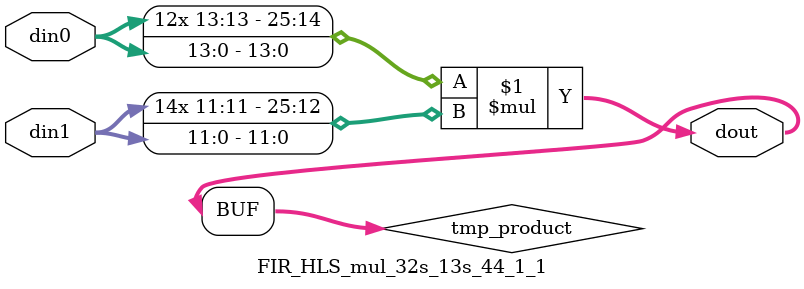
<source format=v>

`timescale 1 ns / 1 ps

 module FIR_HLS_mul_32s_13s_44_1_1(din0, din1, dout);
parameter ID = 1;
parameter NUM_STAGE = 0;
parameter din0_WIDTH = 14;
parameter din1_WIDTH = 12;
parameter dout_WIDTH = 26;

input [din0_WIDTH - 1 : 0] din0; 
input [din1_WIDTH - 1 : 0] din1; 
output [dout_WIDTH - 1 : 0] dout;

wire signed [dout_WIDTH - 1 : 0] tmp_product;



























assign tmp_product = $signed(din0) * $signed(din1);








assign dout = tmp_product;





















endmodule

</source>
